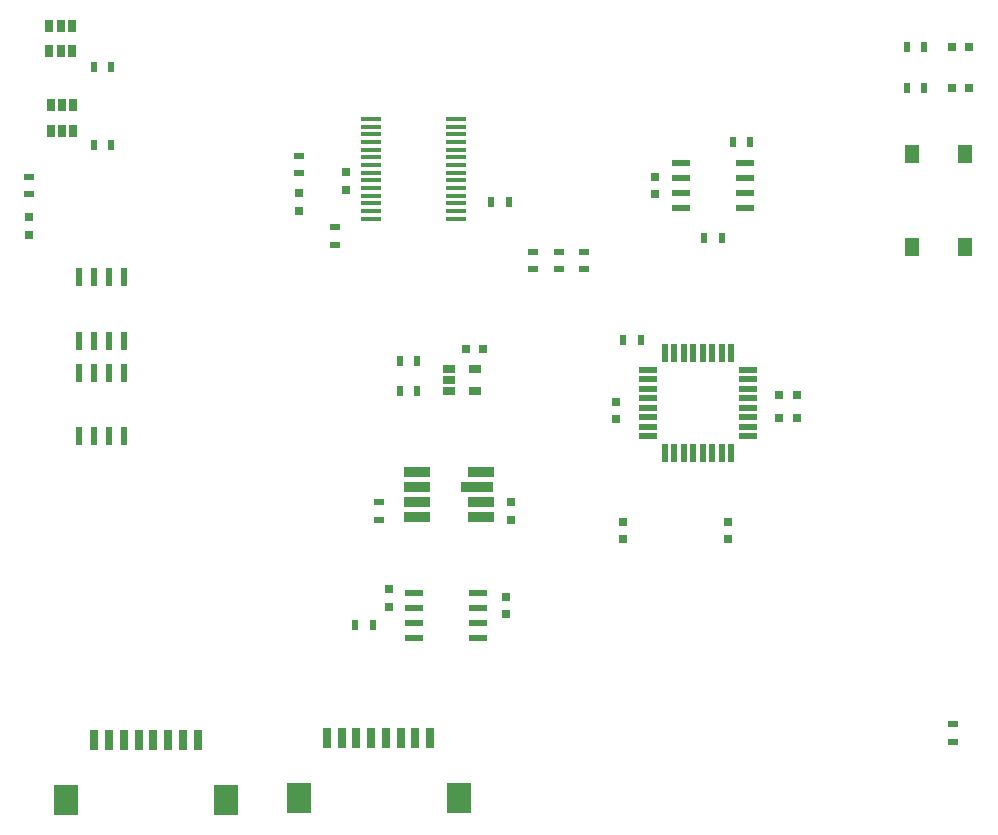
<source format=gtp>
G04 #@! TF.FileFunction,Paste,Top*
%FSLAX46Y46*%
G04 Gerber Fmt 4.6, Leading zero omitted, Abs format (unit mm)*
G04 Created by KiCad (PCBNEW 4.0.6) date Friday, August 25, 2017 'AMt' 01:11:23 AM*
%MOMM*%
%LPD*%
G01*
G04 APERTURE LIST*
%ADD10C,0.100000*%
%ADD11R,2.000000X2.600000*%
%ADD12R,0.700000X1.800000*%
%ADD13R,0.500000X0.900000*%
%ADD14R,1.600000X0.550000*%
%ADD15R,0.550000X1.600000*%
%ADD16R,1.300000X1.550000*%
%ADD17R,0.800000X0.750000*%
%ADD18R,0.750000X0.800000*%
%ADD19R,0.797560X0.797560*%
%ADD20R,1.550000X0.600000*%
%ADD21R,0.900000X0.500000*%
%ADD22R,0.600000X1.550000*%
%ADD23R,1.750000X0.450000*%
%ADD24R,1.060000X0.650000*%
%ADD25R,2.250000X0.900000*%
%ADD26R,2.800000X0.900000*%
%ADD27R,0.650000X1.060000*%
G04 APERTURE END LIST*
D10*
D11*
X147491000Y-127952000D03*
X133941000Y-127952000D03*
D12*
X145091000Y-122852000D03*
X143841000Y-122852000D03*
X142591000Y-122852000D03*
X141341000Y-122852000D03*
X140091000Y-122852000D03*
X138841000Y-122852000D03*
X137591000Y-122852000D03*
X136341000Y-122852000D03*
D13*
X151741000Y-77470000D03*
X150241000Y-77470000D03*
D14*
X163517000Y-91682000D03*
X163517000Y-92482000D03*
X163517000Y-93282000D03*
X163517000Y-94082000D03*
X163517000Y-94882000D03*
X163517000Y-95682000D03*
X163517000Y-96482000D03*
X163517000Y-97282000D03*
D15*
X164967000Y-98732000D03*
X165767000Y-98732000D03*
X166567000Y-98732000D03*
X167367000Y-98732000D03*
X168167000Y-98732000D03*
X168967000Y-98732000D03*
X169767000Y-98732000D03*
X170567000Y-98732000D03*
D14*
X172017000Y-97282000D03*
X172017000Y-96482000D03*
X172017000Y-95682000D03*
X172017000Y-94882000D03*
X172017000Y-94082000D03*
X172017000Y-93282000D03*
X172017000Y-92482000D03*
X172017000Y-91682000D03*
D15*
X170567000Y-90232000D03*
X169767000Y-90232000D03*
X168967000Y-90232000D03*
X168167000Y-90232000D03*
X167367000Y-90232000D03*
X166567000Y-90232000D03*
X165767000Y-90232000D03*
X164967000Y-90232000D03*
D13*
X169787000Y-80518000D03*
X168287000Y-80518000D03*
D16*
X185837000Y-81318000D03*
X185837000Y-73368000D03*
X190337000Y-81318000D03*
X190337000Y-73368000D03*
D17*
X176137000Y-95758000D03*
X174637000Y-95758000D03*
D18*
X160782000Y-95873000D03*
X160782000Y-94373000D03*
D17*
X176137000Y-93853000D03*
X174637000Y-93853000D03*
D18*
X161417000Y-104545000D03*
X161417000Y-106045000D03*
X170307000Y-106045000D03*
X170307000Y-104545000D03*
X164084000Y-76823000D03*
X164084000Y-75323000D03*
D19*
X189242700Y-67818000D03*
X190741300Y-67818000D03*
D13*
X161429000Y-89154000D03*
X162929000Y-89154000D03*
X185432000Y-67818000D03*
X186932000Y-67818000D03*
X185432000Y-64389000D03*
X186932000Y-64389000D03*
X170700000Y-72390000D03*
X172200000Y-72390000D03*
D20*
X166337000Y-74168000D03*
X166337000Y-75438000D03*
X166337000Y-76708000D03*
X166337000Y-77978000D03*
X171737000Y-77978000D03*
X171737000Y-76708000D03*
X171737000Y-75438000D03*
X171737000Y-74168000D03*
D18*
X137922000Y-76454000D03*
X137922000Y-74954000D03*
X151892000Y-104382000D03*
X151892000Y-102882000D03*
D17*
X149594000Y-89916000D03*
X148094000Y-89916000D03*
D18*
X151511000Y-110883000D03*
X151511000Y-112383000D03*
X141605000Y-110260000D03*
X141605000Y-111760000D03*
D19*
X189242700Y-64389000D03*
X190741300Y-64389000D03*
X133985000Y-76708000D03*
X133985000Y-78206600D03*
D21*
X189357000Y-123166000D03*
X189357000Y-121666000D03*
D13*
X116598000Y-72644000D03*
X118098000Y-72644000D03*
X116598000Y-66040000D03*
X118098000Y-66040000D03*
D21*
X137033000Y-81129000D03*
X137033000Y-79629000D03*
X153797000Y-83185000D03*
X153797000Y-81685000D03*
X158115000Y-83173000D03*
X158115000Y-81673000D03*
X155956000Y-81685000D03*
X155956000Y-83185000D03*
X133985000Y-73545000D03*
X133985000Y-75045000D03*
X140716000Y-102882000D03*
X140716000Y-104382000D03*
D13*
X144006000Y-90932000D03*
X142506000Y-90932000D03*
X144006000Y-93472000D03*
X142506000Y-93472000D03*
X138708000Y-113284000D03*
X140208000Y-113284000D03*
D22*
X115379500Y-97315000D03*
X116649500Y-97315000D03*
X117919500Y-97315000D03*
X119189500Y-97315000D03*
X119189500Y-91915000D03*
X117919500Y-91915000D03*
X116649500Y-91915000D03*
X115379500Y-91915000D03*
X115379500Y-89250500D03*
X116649500Y-89250500D03*
X117919500Y-89250500D03*
X119189500Y-89250500D03*
X119189500Y-83850500D03*
X117919500Y-83850500D03*
X116649500Y-83850500D03*
X115379500Y-83850500D03*
D23*
X140078908Y-70440448D03*
X140078908Y-71090448D03*
X140078908Y-71740448D03*
X140078908Y-72390448D03*
X140078908Y-73040448D03*
X140078908Y-73690448D03*
X140078908Y-74340448D03*
X140078908Y-74990448D03*
X140078908Y-75640448D03*
X140078908Y-76290448D03*
X140078908Y-76940448D03*
X140078908Y-77590448D03*
X140078908Y-78240448D03*
X140078908Y-78890448D03*
X147278908Y-78890448D03*
X147278908Y-78240448D03*
X147278908Y-77590448D03*
X147278908Y-76940448D03*
X147278908Y-76290448D03*
X147278908Y-75640448D03*
X147278908Y-74990448D03*
X147278908Y-74340448D03*
X147278908Y-73690448D03*
X147278908Y-73040448D03*
X147278908Y-72390448D03*
X147278908Y-71740448D03*
X147278908Y-71090448D03*
X147278908Y-70440448D03*
D24*
X146644000Y-91572000D03*
X146644000Y-92522000D03*
X146644000Y-93472000D03*
X148844000Y-93472000D03*
X148844000Y-91572000D03*
D25*
X144002000Y-100340000D03*
X144002000Y-101590000D03*
X144002000Y-102890000D03*
X144002000Y-104140000D03*
X149352000Y-104140000D03*
X149352000Y-102890000D03*
D26*
X149077000Y-101590000D03*
D25*
X149352000Y-100340000D03*
D20*
X143731000Y-110617000D03*
X143731000Y-111887000D03*
X143731000Y-113157000D03*
X143731000Y-114427000D03*
X149131000Y-114427000D03*
X149131000Y-113157000D03*
X149131000Y-111887000D03*
X149131000Y-110617000D03*
D11*
X127806000Y-128079000D03*
X114256000Y-128079000D03*
D12*
X125406000Y-122979000D03*
X124156000Y-122979000D03*
X122906000Y-122979000D03*
X121656000Y-122979000D03*
X120406000Y-122979000D03*
X119156000Y-122979000D03*
X117906000Y-122979000D03*
X116656000Y-122979000D03*
D27*
X112969000Y-71458000D03*
X113919000Y-71458000D03*
X114869000Y-71458000D03*
X114869000Y-69258000D03*
X112969000Y-69258000D03*
X113919000Y-69258000D03*
X112842000Y-64727000D03*
X113792000Y-64727000D03*
X114742000Y-64727000D03*
X114742000Y-62527000D03*
X112842000Y-62527000D03*
X113792000Y-62527000D03*
D19*
X111125000Y-78740000D03*
X111125000Y-80238600D03*
D21*
X111125000Y-75335000D03*
X111125000Y-76835000D03*
M02*

</source>
